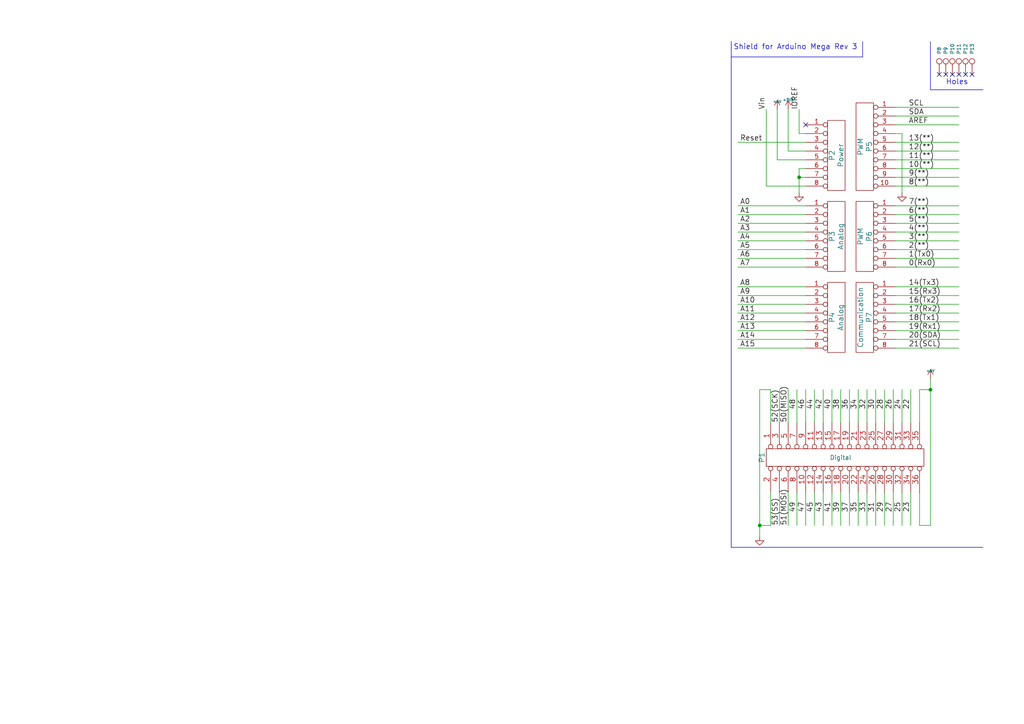
<source format=kicad_sch>
(kicad_sch (version 20230121) (generator eeschema)
  (paper "A4")
  (title_block (date "mar. 31 mars 2015"))
  (lib_symbols
    (symbol "Arduino_Mega-rescue:+3.3V" (power) (pin_names (offset 0))
      (property "Value" "+3.3V" (at 0 3.556 0))
      (symbol "+3.3V_0_1"
        (polyline (pts (xy -0.762 1.27) (xy 0 2.54)))
        (polyline (pts (xy 0 0) (xy 0 2.54)))
        (polyline (pts (xy 0 2.54) (xy 0.762 1.27)))
      )
      (symbol "+3.3V_1_1"
        (pin power_in line (at 0 0 90) (length 0) hide (name "+3V3") (number "1"))
      )
    )
    (symbol "Arduino_Mega-rescue:+5V" (power) (pin_names (offset 0))
      (property "Value" "+5V" (at 0 3.556 0))
      (symbol "+5V_0_1"
        (polyline (pts (xy -0.762 1.27) (xy 0 2.54)))
        (polyline (pts (xy 0 0) (xy 0 2.54)))
        (polyline (pts (xy 0 2.54) (xy 0.762 1.27)))
      )
      (symbol "+5V_1_1"
        (pin power_in line (at 0 0 90) (length 0) hide (name "+5V") (number "1"))
      )
    )
    (symbol "Arduino_Mega-rescue:CONN_1" (pin_numbers hide) (pin_names (offset 0.762) hide)
      (property "Reference" "P" (at 2.032 0 0))
      (symbol "CONN_1_0_1"
        (polyline (pts (xy -0.762 0) (xy -1.27 0)))
        (circle (center 0 0) (radius 0.7874))
      )
      (symbol "CONN_1_1_1"
        (pin passive line (at -3.81 0 0) (length 2.54) (name "1") (number "1"))
      )
    )
    (symbol "Arduino_Mega-rescue:CONN_10" (pin_names (offset 1.016) hide)
      (property "Reference" "P" (at -1.27 0 90))
      (property "Value" "CONN_10" (at 1.27 0 90))
      (symbol "CONN_10_0_1"
        (rectangle (start -2.54 12.7) (end 2.54 -12.7))
      )
      (symbol "CONN_10_1_1"
        (pin passive inverted (at -8.89 11.43 0) (length 6.35) (name "P1") (number "1"))
        (pin passive inverted (at -8.89 -11.43 0) (length 6.35) (name "P10") (number "10"))
        (pin passive inverted (at -8.89 8.89 0) (length 6.35) (name "P2") (number "2"))
        (pin passive inverted (at -8.89 6.35 0) (length 6.35) (name "P3") (number "3"))
        (pin passive inverted (at -8.89 3.81 0) (length 6.35) (name "P4") (number "4"))
        (pin passive inverted (at -8.89 1.27 0) (length 6.35) (name "P5") (number "5"))
        (pin passive inverted (at -8.89 -1.27 0) (length 6.35) (name "P6") (number "6"))
        (pin passive inverted (at -8.89 -3.81 0) (length 6.35) (name "P7") (number "7"))
        (pin passive inverted (at -8.89 -6.35 0) (length 6.35) (name "P8") (number "8"))
        (pin passive inverted (at -8.89 -8.89 0) (length 6.35) (name "P9") (number "9"))
      )
    )
    (symbol "Arduino_Mega-rescue:CONN_18X2" (pin_names (offset 0.254) hide)
      (property "Reference" "P" (at 0 22.86 0))
      (property "Value" "CONN_18X2" (at 0 0 90))
      (symbol "CONN_18X2_0_1"
        (rectangle (start -2.54 21.59) (end 2.54 -24.13))
      )
      (symbol "CONN_18X2_1_1"
        (pin passive inverted (at -10.16 20.32 0) (length 7.62) (name "P1") (number "1"))
        (pin passive inverted (at 10.16 10.16 180) (length 7.62) (name "P10") (number "10"))
        (pin passive inverted (at -10.16 7.62 0) (length 7.62) (name "P11") (number "11"))
        (pin passive inverted (at 10.16 7.62 180) (length 7.62) (name "P12") (number "12"))
        (pin passive inverted (at -10.16 5.08 0) (length 7.62) (name "P13") (number "13"))
        (pin passive inverted (at 10.16 5.08 180) (length 7.62) (name "P14") (number "14"))
        (pin passive inverted (at -10.16 2.54 0) (length 7.62) (name "P15") (number "15"))
        (pin passive inverted (at 10.16 2.54 180) (length 7.62) (name "P16") (number "16"))
        (pin passive inverted (at -10.16 0 0) (length 7.62) (name "P17") (number "17"))
        (pin passive inverted (at 10.16 0 180) (length 7.62) (name "P18") (number "18"))
        (pin passive inverted (at -10.16 -2.54 0) (length 7.62) (name "P19") (number "19"))
        (pin passive inverted (at 10.16 20.32 180) (length 7.62) (name "P2") (number "2"))
        (pin passive inverted (at 10.16 -2.54 180) (length 7.62) (name "P20") (number "20"))
        (pin passive inverted (at -10.16 -5.08 0) (length 7.62) (name "P21") (number "21"))
        (pin passive inverted (at 10.16 -5.08 180) (length 7.62) (name "P22") (number "22"))
        (pin passive inverted (at -10.16 -7.62 0) (length 7.62) (name "P23") (number "23"))
        (pin passive inverted (at 10.16 -7.62 180) (length 7.62) (name "P24") (number "24"))
        (pin passive inverted (at -10.16 -10.16 0) (length 7.62) (name "~") (number "25"))
        (pin passive inverted (at 10.16 -10.16 180) (length 7.62) (name "P26") (number "26"))
        (pin passive inverted (at -10.16 -12.7 0) (length 7.62) (name "P27") (number "27"))
        (pin passive inverted (at 10.16 -12.7 180) (length 7.62) (name "P28") (number "28"))
        (pin passive inverted (at -10.16 -15.24 0) (length 7.62) (name "P29") (number "29"))
        (pin passive inverted (at -10.16 17.78 0) (length 7.62) (name "P3") (number "3"))
        (pin passive inverted (at 10.16 -15.24 180) (length 7.62) (name "P30") (number "30"))
        (pin passive inverted (at -10.16 -17.78 0) (length 7.62) (name "P31") (number "31"))
        (pin passive inverted (at 10.16 -17.78 180) (length 7.62) (name "P32") (number "32"))
        (pin passive inverted (at -10.16 -20.32 0) (length 7.62) (name "P33") (number "33"))
        (pin passive inverted (at 10.16 -20.32 180) (length 7.62) (name "P34") (number "34"))
        (pin passive inverted (at -10.16 -22.86 0) (length 7.62) (name "P35") (number "35"))
        (pin passive inverted (at 10.16 -22.86 180) (length 7.62) (name "P36") (number "36"))
        (pin passive inverted (at 10.16 17.78 180) (length 7.62) (name "P4") (number "4"))
        (pin passive inverted (at -10.16 15.24 0) (length 7.62) (name "P5") (number "5"))
        (pin passive inverted (at 10.16 15.24 180) (length 7.62) (name "P6") (number "6"))
        (pin passive inverted (at -10.16 12.7 0) (length 7.62) (name "P7") (number "7"))
        (pin passive inverted (at 10.16 12.7 180) (length 7.62) (name "P8") (number "8"))
        (pin passive inverted (at -10.16 10.16 0) (length 7.62) (name "P9") (number "9"))
      )
    )
    (symbol "Arduino_Mega-rescue:CONN_8" (pin_names (offset 1.016) hide)
      (property "Reference" "P" (at -1.27 0 90))
      (property "Value" "CONN_8" (at 1.27 0 90))
      (symbol "CONN_8_0_1"
        (rectangle (start -2.54 10.16) (end 2.54 -10.16))
      )
      (symbol "CONN_8_1_1"
        (pin passive inverted (at -8.89 8.89 0) (length 6.35) (name "P1") (number "1"))
        (pin passive inverted (at -8.89 6.35 0) (length 6.35) (name "P2") (number "2"))
        (pin passive inverted (at -8.89 3.81 0) (length 6.35) (name "P3") (number "3"))
        (pin passive inverted (at -8.89 1.27 0) (length 6.35) (name "P4") (number "4"))
        (pin passive inverted (at -8.89 -1.27 0) (length 6.35) (name "P5") (number "5"))
        (pin passive inverted (at -8.89 -3.81 0) (length 6.35) (name "P6") (number "6"))
        (pin passive inverted (at -8.89 -6.35 0) (length 6.35) (name "P7") (number "7"))
        (pin passive inverted (at -8.89 -8.89 0) (length 6.35) (name "P8") (number "8"))
      )
    )
    (symbol "Arduino_Mega-rescue:GND" (power) (pin_names (offset 0))
      (property "Value" "GND" (at 0 -3.81 0))
      (symbol "GND_0_1"
        (polyline (pts (xy 0 0) (xy 0 -1.27) (xy 1.27 -1.27) (xy 0 -2.54) (xy -1.27 -1.27) (xy 0 -1.27)))
      )
      (symbol "GND_1_1"
        (pin power_in line (at 0 0 270) (length 0) hide (name "GND") (number "1"))
      )
    )
  )
  (junction (at 269.875 113.03))
  (junction (at 220.345 152.4))
  (junction (at 231.775 51.435))
  (no_connect (at 274.32 21.59))
  (no_connect (at 276.225 21.59))
  (no_connect (at 280.035 21.59))
  (no_connect (at 233.68 36.195))
  (no_connect (at 278.13 21.59))
  (no_connect (at 281.94 21.59))
  (no_connect (at 272.415 21.59))
  (polyline (pts (xy 285.115 26.035) (xy 269.875 26.035)))
  (wire (pts (xy 233.68 95.885) (xy 213.995 95.885)))
  (wire (pts (xy 248.92 142.875) (xy 248.92 152.4)))
  (wire (pts (xy 226.06 113.03) (xy 226.06 122.555)))
  (wire (pts (xy 241.3 113.03) (xy 241.3 122.555)))
  (wire (pts (xy 231.775 55.88) (xy 231.775 51.435)))
  (wire (pts (xy 246.38 142.875) (xy 246.38 152.4)))
  (wire (pts (xy 259.715 83.185) (xy 278.13 83.185)))
  (wire (pts (xy 233.68 142.875) (xy 233.68 152.4)))
  (wire (pts (xy 266.7 113.03) (xy 269.875 113.03)))
  (wire (pts (xy 233.68 74.93) (xy 213.995 74.93)))
  (wire (pts (xy 259.715 90.805) (xy 278.13 90.805)))
  (wire (pts (xy 269.875 152.4) (xy 269.875 113.03)))
  (wire (pts (xy 259.715 72.39) (xy 278.13 72.39)))
  (wire (pts (xy 259.715 67.31) (xy 278.13 67.31)))
  (wire (pts (xy 226.06 142.875) (xy 226.06 152.4)))
  (wire (pts (xy 220.345 113.03) (xy 220.345 152.4)))
  (wire (pts (xy 259.715 95.885) (xy 278.13 95.885)))
  (polyline (pts (xy 269.875 26.035) (xy 269.875 12.065)))
  (wire (pts (xy 259.715 100.965) (xy 278.13 100.965)))
  (wire (pts (xy 261.62 142.875) (xy 261.62 152.4)))
  (wire (pts (xy 248.92 113.03) (xy 248.92 122.555)))
  (polyline (pts (xy 285.115 158.75) (xy 212.09 158.75)))
  (wire (pts (xy 233.68 93.345) (xy 213.995 93.345)))
  (wire (pts (xy 243.84 113.03) (xy 243.84 122.555)))
  (wire (pts (xy 233.68 43.815) (xy 228.6 43.815)))
  (wire (pts (xy 259.715 88.265) (xy 278.13 88.265)))
  (wire (pts (xy 269.875 113.03) (xy 269.875 109.855)))
  (wire (pts (xy 231.14 142.875) (xy 231.14 152.4)))
  (wire (pts (xy 231.775 51.435) (xy 231.775 48.895)))
  (wire (pts (xy 259.715 93.345) (xy 278.13 93.345)))
  (wire (pts (xy 228.6 43.815) (xy 228.6 31.75)))
  (wire (pts (xy 231.775 48.895) (xy 233.68 48.895)))
  (wire (pts (xy 233.68 62.23) (xy 213.995 62.23)))
  (wire (pts (xy 259.715 69.85) (xy 278.13 69.85)))
  (wire (pts (xy 238.76 113.03) (xy 238.76 122.555)))
  (wire (pts (xy 259.715 64.77) (xy 278.13 64.77)))
  (wire (pts (xy 231.775 51.435) (xy 233.68 51.435)))
  (wire (pts (xy 231.14 113.03) (xy 231.14 122.555)))
  (wire (pts (xy 261.62 38.735) (xy 259.715 38.735)))
  (wire (pts (xy 223.52 152.4) (xy 220.345 152.4)))
  (wire (pts (xy 254 142.875) (xy 254 152.4)))
  (wire (pts (xy 259.715 43.815) (xy 278.13 43.815)))
  (wire (pts (xy 264.16 113.03) (xy 264.16 122.555)))
  (wire (pts (xy 223.52 113.03) (xy 220.345 113.03)))
  (wire (pts (xy 231.775 38.735) (xy 231.775 31.75)))
  (wire (pts (xy 259.08 142.875) (xy 259.08 152.4)))
  (wire (pts (xy 233.68 90.805) (xy 213.995 90.805)))
  (wire (pts (xy 261.62 55.88) (xy 261.62 38.735)))
  (polyline (pts (xy 250.19 16.51) (xy 250.19 12.065)))
  (wire (pts (xy 259.715 33.655) (xy 278.13 33.655)))
  (wire (pts (xy 233.68 38.735) (xy 231.775 38.735)))
  (wire (pts (xy 233.68 100.965) (xy 213.995 100.965)))
  (wire (pts (xy 251.46 113.03) (xy 251.46 122.555)))
  (wire (pts (xy 233.68 85.725) (xy 213.995 85.725)))
  (wire (pts (xy 259.715 74.93) (xy 278.13 74.93)))
  (wire (pts (xy 223.52 142.875) (xy 223.52 152.4)))
  (wire (pts (xy 254 113.03) (xy 254 122.555)))
  (wire (pts (xy 222.25 53.975) (xy 233.68 53.975)))
  (wire (pts (xy 251.46 142.875) (xy 251.46 152.4)))
  (wire (pts (xy 264.16 142.875) (xy 264.16 152.4)))
  (wire (pts (xy 233.68 69.85) (xy 213.995 69.85)))
  (wire (pts (xy 266.7 142.875) (xy 266.7 152.4)))
  (wire (pts (xy 259.715 59.69) (xy 278.13 59.69)))
  (wire (pts (xy 261.62 113.03) (xy 261.62 122.555)))
  (wire (pts (xy 233.68 41.275) (xy 213.995 41.275)))
  (wire (pts (xy 220.345 152.4) (xy 220.345 155.575)))
  (wire (pts (xy 233.68 72.39) (xy 213.995 72.39)))
  (wire (pts (xy 236.22 142.875) (xy 236.22 152.4)))
  (wire (pts (xy 233.68 113.03) (xy 233.68 122.555)))
  (wire (pts (xy 266.7 122.555) (xy 266.7 113.03)))
  (wire (pts (xy 259.715 31.115) (xy 278.13 31.115)))
  (wire (pts (xy 259.715 48.895) (xy 278.13 48.895)))
  (wire (pts (xy 225.425 31.75) (xy 225.425 46.355)))
  (wire (pts (xy 246.38 113.03) (xy 246.38 122.555)))
  (wire (pts (xy 259.715 36.195) (xy 278.13 36.195)))
  (wire (pts (xy 259.715 53.975) (xy 278.13 53.975)))
  (wire (pts (xy 243.84 142.875) (xy 243.84 152.4)))
  (wire (pts (xy 233.68 67.31) (xy 213.995 67.31)))
  (wire (pts (xy 225.425 46.355) (xy 233.68 46.355)))
  (wire (pts (xy 228.6 142.875) (xy 228.6 152.4)))
  (wire (pts (xy 259.715 51.435) (xy 278.13 51.435)))
  (wire (pts (xy 266.7 152.4) (xy 269.875 152.4)))
  (polyline (pts (xy 212.09 158.75) (xy 212.09 12.065)))
  (polyline (pts (xy 212.09 16.51) (xy 250.19 16.51)))
  (wire (pts (xy 256.54 142.875) (xy 256.54 152.4)))
  (wire (pts (xy 236.22 113.03) (xy 236.22 122.555)))
  (wire (pts (xy 241.3 142.875) (xy 241.3 152.4)))
  (wire (pts (xy 259.715 62.23) (xy 278.13 62.23)))
  (wire (pts (xy 259.715 77.47) (xy 278.13 77.47)))
  (wire (pts (xy 233.68 83.185) (xy 213.995 83.185)))
  (wire (pts (xy 233.68 98.425) (xy 213.995 98.425)))
  (wire (pts (xy 223.52 122.555) (xy 223.52 113.03)))
  (wire (pts (xy 256.54 113.03) (xy 256.54 122.555)))
  (wire (pts (xy 259.715 85.725) (xy 278.13 85.725)))
  (wire (pts (xy 233.68 88.265) (xy 213.995 88.265)))
  (wire (pts (xy 259.715 98.425) (xy 278.13 98.425)))
  (wire (pts (xy 259.715 41.275) (xy 278.13 41.275)))
  (wire (pts (xy 222.25 31.75) (xy 222.25 53.975)))
  (wire (pts (xy 233.68 64.77) (xy 213.995 64.77)))
  (wire (pts (xy 238.76 142.875) (xy 238.76 152.4)))
  (wire (pts (xy 233.68 77.47) (xy 213.995 77.47)))
  (wire (pts (xy 259.08 113.03) (xy 259.08 122.555)))
  (wire (pts (xy 228.6 113.03) (xy 228.6 122.555)))
  (wire (pts (xy 259.715 46.355) (xy 278.13 46.355)))
  (wire (pts (xy 233.68 59.69) (xy 213.995 59.69)))
  (text "Shield for Arduino Mega Rev 3" (at 212.725 14.605 0) (effects (font (size 1.524 1.524)) (justify left bottom)))
  (text "Holes" (at 274.32 24.765 0) (effects (font (size 1.524 1.524)) (justify left bottom)))
  (label "44" (at 236.22 118.745 90) (effects (font (size 1.524 1.524))))
  (label "42" (at 238.76 118.745 90) (effects (font (size 1.524 1.524))))
  (label "A12" (at 214.63 93.345 0) (effects (font (size 1.524 1.524))))
  (label "12(**)" (at 263.525 43.815 0) (effects (font (size 1.524 1.524))))
  (label "16(Tx2)" (at 263.525 88.265 0) (effects (font (size 1.524 1.524))))
  (label "18(Tx1)" (at 263.525 93.345 0) (effects (font (size 1.524 1.524))))
  (label "52(SCK)" (at 226.06 122.555 90) (effects (font (size 1.524 1.524))))
  (label "46" (at 233.68 118.745 90) (effects (font (size 1.524 1.524))))
  (label "8(**)" (at 263.525 53.975 0) (effects (font (size 1.524 1.524))))
  (label "4(**)" (at 263.525 67.31 0) (effects (font (size 1.524 1.524))))
  (label "39" (at 243.84 148.59 90) (effects (font (size 1.524 1.524))))
  (label "A4" (at 214.63 69.85 0) (effects (font (size 1.524 1.524))))
  (label "22" (at 264.16 118.745 90) (effects (font (size 1.524 1.524))))
  (label "28" (at 256.54 118.745 90) (effects (font (size 1.524 1.524))))
  (label "SCL" (at 263.525 31.115 0) (effects (font (size 1.524 1.524))))
  (label "43" (at 238.76 148.59 90) (effects (font (size 1.524 1.524))))
  (label "51(MOSI)" (at 228.6 152.4 90) (effects (font (size 1.524 1.524))))
  (label "26" (at 259.08 118.745 90) (effects (font (size 1.524 1.524))))
  (label "50(MISO)" (at 228.6 122.555 90) (effects (font (size 1.524 1.524))))
  (label "AREF" (at 263.525 36.195 0) (effects (font (size 1.524 1.524))))
  (label "A0" (at 214.63 59.69 0) (effects (font (size 1.524 1.524))))
  (label "32" (at 251.46 118.745 90) (effects (font (size 1.524 1.524))))
  (label "21(SCL)" (at 263.525 100.965 0) (effects (font (size 1.524 1.524))))
  (label "A3" (at 214.63 67.31 0) (effects (font (size 1.524 1.524))))
  (label "0(Rx0)" (at 263.525 77.47 0) (effects (font (size 1.524 1.524))))
  (label "45" (at 236.22 148.59 90) (effects (font (size 1.524 1.524))))
  (label "37" (at 246.38 148.59 90) (effects (font (size 1.524 1.524))))
  (label "A6" (at 214.63 74.93 0) (effects (font (size 1.524 1.524))))
  (label "IOREF" (at 231.775 31.75 90) (effects (font (size 1.524 1.524))))
  (label "6(**)" (at 263.525 62.23 0) (effects (font (size 1.524 1.524))))
  (label "40" (at 241.3 118.745 90) (effects (font (size 1.524 1.524))))
  (label "27" (at 259.08 148.59 90) (effects (font (size 1.524 1.524))))
  (label "23" (at 264.16 148.59 90) (effects (font (size 1.524 1.524))))
  (label "17(Rx2)" (at 263.525 90.805 0) (effects (font (size 1.524 1.524))))
  (label "9(**)" (at 263.525 51.435 0) (effects (font (size 1.524 1.524))))
  (label "Vin" (at 222.25 31.75 90) (effects (font (size 1.524 1.524))))
  (label "3(**)" (at 263.525 69.85 0) (effects (font (size 1.524 1.524))))
  (label "29" (at 256.54 148.59 90) (effects (font (size 1.524 1.524))))
  (label "47" (at 233.68 148.59 90) (effects (font (size 1.524 1.524))))
  (label "24" (at 261.62 118.745 90) (effects (font (size 1.524 1.524))))
  (label "A15" (at 214.63 100.965 0) (effects (font (size 1.524 1.524))))
  (label "A2" (at 214.63 64.77 0) (effects (font (size 1.524 1.524))))
  (label "2(**)" (at 263.525 72.39 0) (effects (font (size 1.524 1.524))))
  (label "A13" (at 214.63 95.885 0) (effects (font (size 1.524 1.524))))
  (label "41" (at 241.3 148.59 90) (effects (font (size 1.524 1.524))))
  (label "25" (at 261.62 148.59 90) (effects (font (size 1.524 1.524))))
  (label "10(**)" (at 263.525 48.895 0) (effects (font (size 1.524 1.524))))
  (label "30" (at 254 118.745 90) (effects (font (size 1.524 1.524))))
  (label "38" (at 243.84 118.745 90) (effects (font (size 1.524 1.524))))
  (label "11(**)" (at 263.525 46.355 0) (effects (font (size 1.524 1.524))))
  (label "A8" (at 214.63 83.185 0) (effects (font (size 1.524 1.524))))
  (label "15(Rx3)" (at 263.525 85.725 0) (effects (font (size 1.524 1.524))))
  (label "20(SDA)" (at 263.525 98.425 0) (effects (font (size 1.524 1.524))))
  (label "A9" (at 214.63 85.725 0) (effects (font (size 1.524 1.524))))
  (label "Reset" (at 214.63 41.275 0) (effects (font (size 1.524 1.524))))
  (label "34" (at 248.92 118.745 90) (effects (font (size 1.524 1.524))))
  (label "A5" (at 214.63 72.39 0) (effects (font (size 1.524 1.524))))
  (label "31" (at 254 148.59 90) (effects (font (size 1.524 1.524))))
  (label "35" (at 248.92 148.59 90) (effects (font (size 1.524 1.524))))
  (label "A14" (at 214.63 98.425 0) (effects (font (size 1.524 1.524))))
  (label "19(Rx1)" (at 263.525 95.885 0) (effects (font (size 1.524 1.524))))
  (label "53(SS)" (at 226.06 152.4 90) (effects (font (size 1.524 1.524))))
  (label "13(**)" (at 263.525 41.275 0) (effects (font (size 1.524 1.524))))
  (label "48" (at 231.14 118.745 90) (effects (font (size 1.524 1.524))))
  (label "1(Tx0)" (at 263.525 74.93 0) (effects (font (size 1.524 1.524))))
  (label "A7" (at 214.63 77.47 0) (effects (font (size 1.524 1.524))))
  (label "A11" (at 214.63 90.805 0) (effects (font (size 1.524 1.524))))
  (label "7(**)" (at 263.525 59.69 0) (effects (font (size 1.524 1.524))))
  (label "33" (at 251.46 148.59 90) (effects (font (size 1.524 1.524))))
  (label "36" (at 246.38 118.745 90) (effects (font (size 1.524 1.524))))
  (label "A10" (at 214.63 88.265 0) (effects (font (size 1.524 1.524))))
  (label "14(Tx3)" (at 263.525 83.185 0) (effects (font (size 1.524 1.524))))
  (label "49" (at 231.14 148.59 90) (effects (font (size 1.524 1.524))))
  (label "SDA" (at 263.525 33.655 0) (effects (font (size 1.524 1.524))))
  (label "A1" (at 214.63 62.23 0) (effects (font (size 1.524 1.524))))
  (label "5(**)" (at 263.525 64.77 0) (effects (font (size 1.524 1.524))))
  (symbol (lib_id "Arduino_Mega-rescue:CONN_8") (at 242.57 45.085 0) (unit 1)
    (property "Reference" "P2" (at 241.3 45.085 90) (effects (font (size 1.524 1.524))))
    (property "Value" "Power" (at 243.84 45.085 90) (effects (font (size 1.524 1.524))))
    (property "Footprint" "Socket_Arduino_Mega:Socket_Strip_Arduino_1x08" (effects hide))
  )
  (symbol (lib_id "Arduino_Mega-rescue:CONN_8") (at 242.57 68.58 0) (unit 1)
    (property "Reference" "P3" (at 241.3 68.58 90) (effects (font (size 1.524 1.524))))
    (property "Value" "Analog" (at 243.84 68.58 90) (effects (font (size 1.524 1.524))))
    (property "Footprint" "Socket_Arduino_Mega:Socket_Strip_Arduino_1x08" (effects hide))
  )
  (symbol (lib_id "Arduino_Mega-rescue:CONN_8") (at 242.57 92.075 0) (unit 1)
    (property "Reference" "P4" (at 241.3 92.075 90) (effects (font (size 1.524 1.524))))
    (property "Value" "Analog" (at 243.84 92.075 90) (effects (font (size 1.524 1.524))))
    (property "Footprint" "Socket_Arduino_Mega:Socket_Strip_Arduino_1x08" (effects hide))
  )
  (symbol (lib_id "Arduino_Mega-rescue:CONN_8") (at 250.825 68.58 0) (mirror y) (unit 1)
    (property "Reference" "P6" (at 252.095 68.58 90) (effects (font (size 1.524 1.524))))
    (property "Value" "PWM" (at 249.555 68.58 90) (effects (font (size 1.524 1.524))))
    (property "Footprint" "Socket_Arduino_Mega:Socket_Strip_Arduino_1x08" (effects hide))
  )
  (symbol (lib_id "Arduino_Mega-rescue:CONN_8") (at 250.825 92.075 0) (mirror y) (unit 1)
    (property "Reference" "P7" (at 252.095 92.075 90) (effects (font (size 1.524 1.524))))
    (property "Value" "Communication" (at 249.555 92.075 90) (effects (font (size 1.524 1.524))))
    (property "Footprint" "Socket_Arduino_Mega:Socket_Strip_Arduino_1x08" (effects hide))
  )
  (symbol (lib_id "Arduino_Mega-rescue:CONN_10") (at 250.825 42.545 0) (mirror y) (unit 1)
    (property "Reference" "P5" (at 252.095 42.545 90) (effects (font (size 1.524 1.524))))
    (property "Value" "PWM" (at 249.555 42.545 90) (effects (font (size 1.524 1.524))))
    (property "Footprint" "Socket_Arduino_Mega:Socket_Strip_Arduino_1x10" (effects hide))
  )
  (symbol (lib_id "Arduino_Mega-rescue:CONN_18X2") (at 243.84 132.715 90) (mirror x) (unit 1)
    (property "Reference" "P1" (at 220.98 132.715 0) (effects (font (size 1.524 1.524))))
    (property "Value" "Digital" (at 243.84 132.715 90))
    (property "Footprint" "Socket_Arduino_Mega:Socket_Strip_Arduino_2x18" (effects hide))
  )
  (symbol (lib_id "Arduino_Mega-rescue:GND") (at 231.775 55.88 0) (unit 1)
    (property "Reference" "#PWR01" (effects hide))
    (property "Value" "GND" (effects hide))
  )
  (symbol (lib_id "Arduino_Mega-rescue:+5V") (at 225.425 31.75 0) (unit 1)
    (property "Reference" "#PWR02" (effects hide))
    (property "Value" "+5V" (at 225.425 29.464 0) (effects (font (size 0.762 0.762))))
  )
  (symbol (lib_id "Arduino_Mega-rescue:+3.3V") (at 228.6 31.75 0) (unit 1)
    (property "Reference" "#PWR03" (effects hide))
    (property "Value" "+3.3V" (at 228.6 28.956 0) (effects (font (size 0.762 0.762))))
  )
  (symbol (lib_id "Arduino_Mega-rescue:GND") (at 261.62 55.88 0) (unit 1)
    (property "Reference" "#PWR04" (effects hide))
    (property "Value" "GND" (effects hide))
  )
  (symbol (lib_id "Arduino_Mega-rescue:GND") (at 220.345 155.575 0) (unit 1)
    (property "Reference" "#PWR05" (effects hide))
    (property "Value" "GND" (effects hide))
  )
  (symbol (lib_id "Arduino_Mega-rescue:+5V") (at 269.875 109.855 0) (unit 1)
    (property "Reference" "#PWR06" (effects hide))
    (property "Value" "+5V" (at 269.875 107.569 0) (effects (font (size 0.762 0.762))))
  )
  (symbol (lib_id "Arduino_Mega-rescue:CONN_1") (at 272.415 17.78 90) (unit 1)
    (property "Reference" "P8" (at 272.415 15.748 0) (effects (font (size 1.016 1.016)) (justify left)))
    (property "Value" "CONN_1" (effects hide))
    (property "Footprint" "Socket_Arduino_Mega:Arduino_1pin" (effects hide))
  )
  (symbol (lib_id "Arduino_Mega-rescue:CONN_1") (at 274.32 17.78 90) (unit 1)
    (property "Reference" "P9" (at 274.32 15.748 0) (effects (font (size 1.016 1.016)) (justify left)))
    (property "Value" "CONN_1" (effects hide))
    (property "Footprint" "Socket_Arduino_Mega:Arduino_1pin" (effects hide))
  )
  (symbol (lib_id "Arduino_Mega-rescue:CONN_1") (at 276.225 17.78 90) (unit 1)
    (property "Reference" "P10" (at 276.225 15.748 0) (effects (font (size 1.016 1.016)) (justify left)))
    (property "Value" "CONN_1" (effects hide))
    (property "Footprint" "Socket_Arduino_Mega:Arduino_1pin" (effects hide))
  )
  (symbol (lib_id "Arduino_Mega-rescue:CONN_1") (at 278.13 17.78 90) (unit 1)
    (property "Reference" "P11" (at 278.13 15.748 0) (effects (font (size 1.016 1.016)) (justify left)))
    (property "Value" "CONN_1" (effects hide))
    (property "Footprint" "Socket_Arduino_Mega:Arduino_1pin" (effects hide))
  )
  (symbol (lib_id "Arduino_Mega-rescue:CONN_1") (at 280.035 17.78 90) (unit 1)
    (property "Reference" "P12" (at 280.035 15.748 0) (effects (font (size 1.016 1.016)) (justify left)))
    (property "Value" "CONN_1" (effects hide))
    (property "Footprint" "Socket_Arduino_Mega:Arduino_1pin" (effects hide))
  )
  (symbol (lib_id "Arduino_Mega-rescue:CONN_1") (at 281.94 17.78 90) (unit 1)
    (property "Reference" "P13" (at 281.94 15.748 0) (effects (font (size 1.016 1.016)) (justify left)))
    (property "Value" "CONN_1" (effects hide))
    (property "Footprint" "Socket_Arduino_Mega:Arduino_1pin" (effects hide))
  )
)
</source>
